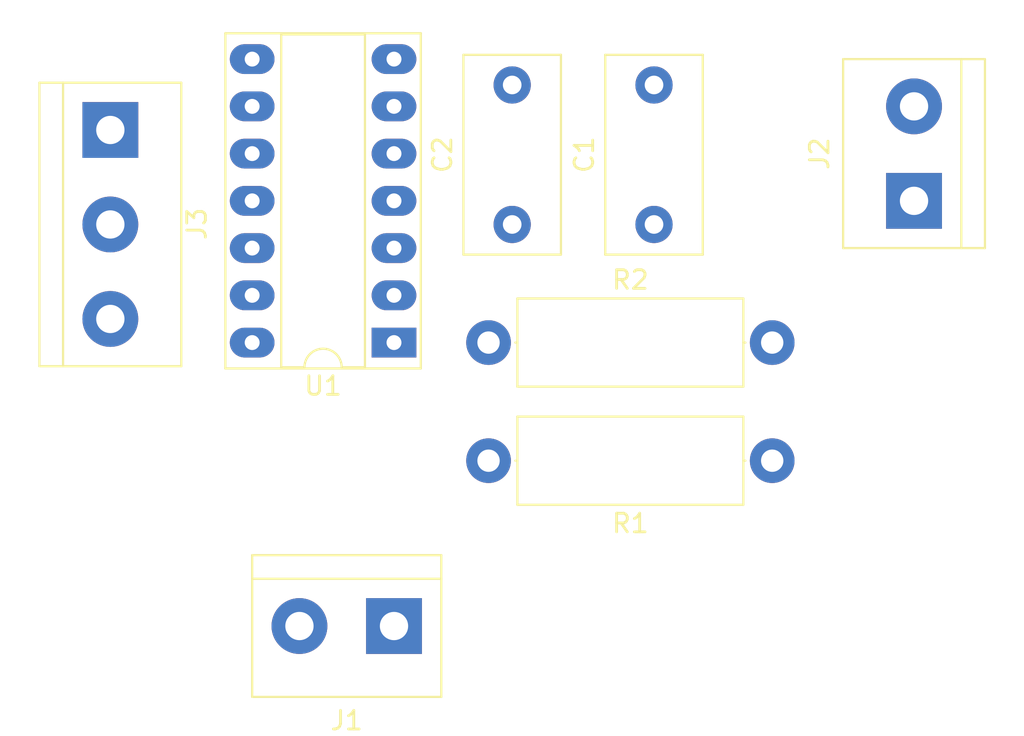
<source format=kicad_pcb>
(kicad_pcb (version 20171130) (host pcbnew 5.0.0)

  (general
    (thickness 1.6)
    (drawings 0)
    (tracks 1)
    (zones 0)
    (modules 8)
    (nets 8)
  )

  (page A4)
  (layers
    (0 F.Cu signal)
    (31 B.Cu signal)
    (32 B.Adhes user)
    (33 F.Adhes user)
    (34 B.Paste user)
    (35 F.Paste user)
    (36 B.SilkS user)
    (37 F.SilkS user)
    (38 B.Mask user)
    (39 F.Mask user)
    (40 Dwgs.User user)
    (41 Cmts.User user)
    (42 Eco1.User user)
    (43 Eco2.User user)
    (44 Edge.Cuts user)
    (45 Margin user)
    (46 B.CrtYd user)
    (47 F.CrtYd user)
    (48 B.Fab user)
    (49 F.Fab user)
  )

  (setup
    (last_trace_width 0.25)
    (trace_clearance 0.2)
    (zone_clearance 0.508)
    (zone_45_only no)
    (trace_min 0.2)
    (segment_width 0.2)
    (edge_width 0.15)
    (via_size 0.8)
    (via_drill 0.4)
    (via_min_size 0.4)
    (via_min_drill 0.3)
    (uvia_size 0.3)
    (uvia_drill 0.1)
    (uvias_allowed no)
    (uvia_min_size 0.2)
    (uvia_min_drill 0.1)
    (pcb_text_width 0.3)
    (pcb_text_size 1.5 1.5)
    (mod_edge_width 0.15)
    (mod_text_size 1 1)
    (mod_text_width 0.15)
    (pad_size 1.524 1.524)
    (pad_drill 0.762)
    (pad_to_mask_clearance 0.2)
    (aux_axis_origin 0 0)
    (grid_origin 66.04 87.63)
    (visible_elements FFFFF77F)
    (pcbplotparams
      (layerselection 0x010fc_ffffffff)
      (usegerberextensions false)
      (usegerberattributes false)
      (usegerberadvancedattributes false)
      (creategerberjobfile false)
      (excludeedgelayer true)
      (linewidth 0.100000)
      (plotframeref false)
      (viasonmask false)
      (mode 1)
      (useauxorigin false)
      (hpglpennumber 1)
      (hpglpenspeed 20)
      (hpglpendiameter 15.000000)
      (psnegative false)
      (psa4output false)
      (plotreference true)
      (plotvalue true)
      (plotinvisibletext false)
      (padsonsilk false)
      (subtractmaskfromsilk false)
      (outputformat 1)
      (mirror false)
      (drillshape 1)
      (scaleselection 1)
      (outputdirectory ""))
  )

  (net 0 "")
  (net 1 "Net-(C1-Pad2)")
  (net 2 Vout)
  (net 3 "Net-(C2-Pad1)")
  (net 4 GND)
  (net 5 Vin)
  (net 6 V+)
  (net 7 V-)

  (net_class Default "This is the default net class."
    (clearance 0.2)
    (trace_width 0.25)
    (via_dia 0.8)
    (via_drill 0.4)
    (uvia_dia 0.3)
    (uvia_drill 0.1)
    (add_net GND)
    (add_net "Net-(C1-Pad2)")
    (add_net "Net-(C2-Pad1)")
    (add_net V+)
    (add_net V-)
    (add_net Vin)
    (add_net Vout)
  )

  (module Capacitor_THT:C_Disc_D10.5mm_W5.0mm_P7.50mm (layer F.Cu) (tedit 5AE50EF0) (tstamp 5B7BD22C)
    (at 100.33 69.85 90)
    (descr "C, Disc series, Radial, pin pitch=7.50mm, , diameter*width=10.5*5.0mm^2, Capacitor, http://www.vishay.com/docs/28535/vy2series.pdf")
    (tags "C Disc series Radial pin pitch 7.50mm  diameter 10.5mm width 5.0mm Capacitor")
    (path /5B6F6284)
    (fp_text reference C1 (at 3.75 -3.75 90) (layer F.SilkS)
      (effects (font (size 1 1) (thickness 0.15)))
    )
    (fp_text value C (at 3.75 3.75 90) (layer F.Fab)
      (effects (font (size 1 1) (thickness 0.15)))
    )
    (fp_text user %R (at 3.75 0 90) (layer F.Fab)
      (effects (font (size 1 1) (thickness 0.15)))
    )
    (fp_line (start 9.25 -2.75) (end -1.75 -2.75) (layer F.CrtYd) (width 0.05))
    (fp_line (start 9.25 2.75) (end 9.25 -2.75) (layer F.CrtYd) (width 0.05))
    (fp_line (start -1.75 2.75) (end 9.25 2.75) (layer F.CrtYd) (width 0.05))
    (fp_line (start -1.75 -2.75) (end -1.75 2.75) (layer F.CrtYd) (width 0.05))
    (fp_line (start 9.12 -2.62) (end 9.12 2.62) (layer F.SilkS) (width 0.12))
    (fp_line (start -1.62 -2.62) (end -1.62 2.62) (layer F.SilkS) (width 0.12))
    (fp_line (start -1.62 2.62) (end 9.12 2.62) (layer F.SilkS) (width 0.12))
    (fp_line (start -1.62 -2.62) (end 9.12 -2.62) (layer F.SilkS) (width 0.12))
    (fp_line (start 9 -2.5) (end -1.5 -2.5) (layer F.Fab) (width 0.1))
    (fp_line (start 9 2.5) (end 9 -2.5) (layer F.Fab) (width 0.1))
    (fp_line (start -1.5 2.5) (end 9 2.5) (layer F.Fab) (width 0.1))
    (fp_line (start -1.5 -2.5) (end -1.5 2.5) (layer F.Fab) (width 0.1))
    (pad 2 thru_hole circle (at 7.5 0 90) (size 2 2) (drill 1) (layers *.Cu *.Mask)
      (net 1 "Net-(C1-Pad2)"))
    (pad 1 thru_hole circle (at 0 0 90) (size 2 2) (drill 1) (layers *.Cu *.Mask)
      (net 2 Vout))
    (model ${KISYS3DMOD}/Capacitor_THT.3dshapes/C_Disc_D10.5mm_W5.0mm_P7.50mm.wrl
      (at (xyz 0 0 0))
      (scale (xyz 1 1 1))
      (rotate (xyz 0 0 0))
    )
  )

  (module Capacitor_THT:C_Disc_D10.5mm_W5.0mm_P7.50mm (layer F.Cu) (tedit 5AE50EF0) (tstamp 5B7BD31F)
    (at 92.71 69.85 90)
    (descr "C, Disc series, Radial, pin pitch=7.50mm, , diameter*width=10.5*5.0mm^2, Capacitor, http://www.vishay.com/docs/28535/vy2series.pdf")
    (tags "C Disc series Radial pin pitch 7.50mm  diameter 10.5mm width 5.0mm Capacitor")
    (path /5B6F61EA)
    (fp_text reference C2 (at 3.75 -3.75 90) (layer F.SilkS)
      (effects (font (size 1 1) (thickness 0.15)))
    )
    (fp_text value C (at 3.75 3.75 90) (layer F.Fab)
      (effects (font (size 1 1) (thickness 0.15)))
    )
    (fp_line (start -1.5 -2.5) (end -1.5 2.5) (layer F.Fab) (width 0.1))
    (fp_line (start -1.5 2.5) (end 9 2.5) (layer F.Fab) (width 0.1))
    (fp_line (start 9 2.5) (end 9 -2.5) (layer F.Fab) (width 0.1))
    (fp_line (start 9 -2.5) (end -1.5 -2.5) (layer F.Fab) (width 0.1))
    (fp_line (start -1.62 -2.62) (end 9.12 -2.62) (layer F.SilkS) (width 0.12))
    (fp_line (start -1.62 2.62) (end 9.12 2.62) (layer F.SilkS) (width 0.12))
    (fp_line (start -1.62 -2.62) (end -1.62 2.62) (layer F.SilkS) (width 0.12))
    (fp_line (start 9.12 -2.62) (end 9.12 2.62) (layer F.SilkS) (width 0.12))
    (fp_line (start -1.75 -2.75) (end -1.75 2.75) (layer F.CrtYd) (width 0.05))
    (fp_line (start -1.75 2.75) (end 9.25 2.75) (layer F.CrtYd) (width 0.05))
    (fp_line (start 9.25 2.75) (end 9.25 -2.75) (layer F.CrtYd) (width 0.05))
    (fp_line (start 9.25 -2.75) (end -1.75 -2.75) (layer F.CrtYd) (width 0.05))
    (fp_text user %R (at 3.75 0 90) (layer F.Fab)
      (effects (font (size 1 1) (thickness 0.15)))
    )
    (pad 1 thru_hole circle (at 0 0 90) (size 2 2) (drill 1) (layers *.Cu *.Mask)
      (net 3 "Net-(C2-Pad1)"))
    (pad 2 thru_hole circle (at 7.5 0 90) (size 2 2) (drill 1) (layers *.Cu *.Mask)
      (net 4 GND))
    (model ${KISYS3DMOD}/Capacitor_THT.3dshapes/C_Disc_D10.5mm_W5.0mm_P7.50mm.wrl
      (at (xyz 0 0 0))
      (scale (xyz 1 1 1))
      (rotate (xyz 0 0 0))
    )
  )

  (module TerminalBlock:TerminalBlock_bornier-2_P5.08mm (layer F.Cu) (tedit 59FF03AB) (tstamp 5B7BD177)
    (at 86.36 91.44 180)
    (descr "simple 2-pin terminal block, pitch 5.08mm, revamped version of bornier2")
    (tags "terminal block bornier2")
    (path /5B6FA539)
    (fp_text reference J1 (at 2.54 -5.08 180) (layer F.SilkS)
      (effects (font (size 1 1) (thickness 0.15)))
    )
    (fp_text value Conn_01x02 (at 2.54 5.08 180) (layer F.Fab)
      (effects (font (size 1 1) (thickness 0.15)))
    )
    (fp_text user %R (at 2.54 0 180) (layer F.Fab)
      (effects (font (size 1 1) (thickness 0.15)))
    )
    (fp_line (start -2.41 2.55) (end 7.49 2.55) (layer F.Fab) (width 0.1))
    (fp_line (start -2.46 -3.75) (end -2.46 3.75) (layer F.Fab) (width 0.1))
    (fp_line (start -2.46 3.75) (end 7.54 3.75) (layer F.Fab) (width 0.1))
    (fp_line (start 7.54 3.75) (end 7.54 -3.75) (layer F.Fab) (width 0.1))
    (fp_line (start 7.54 -3.75) (end -2.46 -3.75) (layer F.Fab) (width 0.1))
    (fp_line (start 7.62 2.54) (end -2.54 2.54) (layer F.SilkS) (width 0.12))
    (fp_line (start 7.62 3.81) (end 7.62 -3.81) (layer F.SilkS) (width 0.12))
    (fp_line (start 7.62 -3.81) (end -2.54 -3.81) (layer F.SilkS) (width 0.12))
    (fp_line (start -2.54 -3.81) (end -2.54 3.81) (layer F.SilkS) (width 0.12))
    (fp_line (start -2.54 3.81) (end 7.62 3.81) (layer F.SilkS) (width 0.12))
    (fp_line (start -2.71 -4) (end 7.79 -4) (layer F.CrtYd) (width 0.05))
    (fp_line (start -2.71 -4) (end -2.71 4) (layer F.CrtYd) (width 0.05))
    (fp_line (start 7.79 4) (end 7.79 -4) (layer F.CrtYd) (width 0.05))
    (fp_line (start 7.79 4) (end -2.71 4) (layer F.CrtYd) (width 0.05))
    (pad 1 thru_hole rect (at 0 0 180) (size 3 3) (drill 1.52) (layers *.Cu *.Mask)
      (net 5 Vin))
    (pad 2 thru_hole circle (at 5.08 0 180) (size 3 3) (drill 1.52) (layers *.Cu *.Mask)
      (net 4 GND))
    (model ${KISYS3DMOD}/TerminalBlock.3dshapes/TerminalBlock_bornier-2_P5.08mm.wrl
      (offset (xyz 2.539999961853027 0 0))
      (scale (xyz 1 1 1))
      (rotate (xyz 0 0 0))
    )
  )

  (module TerminalBlock:TerminalBlock_bornier-2_P5.08mm (layer F.Cu) (tedit 59FF03AB) (tstamp 5B7BD2A6)
    (at 114.3 68.58 90)
    (descr "simple 2-pin terminal block, pitch 5.08mm, revamped version of bornier2")
    (tags "terminal block bornier2")
    (path /5B6FACA1)
    (fp_text reference J2 (at 2.54 -5.08 90) (layer F.SilkS)
      (effects (font (size 1 1) (thickness 0.15)))
    )
    (fp_text value Conn_01x02 (at 2.54 5.08 90) (layer F.Fab)
      (effects (font (size 1 1) (thickness 0.15)))
    )
    (fp_line (start 7.79 4) (end -2.71 4) (layer F.CrtYd) (width 0.05))
    (fp_line (start 7.79 4) (end 7.79 -4) (layer F.CrtYd) (width 0.05))
    (fp_line (start -2.71 -4) (end -2.71 4) (layer F.CrtYd) (width 0.05))
    (fp_line (start -2.71 -4) (end 7.79 -4) (layer F.CrtYd) (width 0.05))
    (fp_line (start -2.54 3.81) (end 7.62 3.81) (layer F.SilkS) (width 0.12))
    (fp_line (start -2.54 -3.81) (end -2.54 3.81) (layer F.SilkS) (width 0.12))
    (fp_line (start 7.62 -3.81) (end -2.54 -3.81) (layer F.SilkS) (width 0.12))
    (fp_line (start 7.62 3.81) (end 7.62 -3.81) (layer F.SilkS) (width 0.12))
    (fp_line (start 7.62 2.54) (end -2.54 2.54) (layer F.SilkS) (width 0.12))
    (fp_line (start 7.54 -3.75) (end -2.46 -3.75) (layer F.Fab) (width 0.1))
    (fp_line (start 7.54 3.75) (end 7.54 -3.75) (layer F.Fab) (width 0.1))
    (fp_line (start -2.46 3.75) (end 7.54 3.75) (layer F.Fab) (width 0.1))
    (fp_line (start -2.46 -3.75) (end -2.46 3.75) (layer F.Fab) (width 0.1))
    (fp_line (start -2.41 2.55) (end 7.49 2.55) (layer F.Fab) (width 0.1))
    (fp_text user %R (at 2.54 0 90) (layer F.Fab)
      (effects (font (size 1 1) (thickness 0.15)))
    )
    (pad 2 thru_hole circle (at 5.08 0 90) (size 3 3) (drill 1.52) (layers *.Cu *.Mask)
      (net 4 GND))
    (pad 1 thru_hole rect (at 0 0 90) (size 3 3) (drill 1.52) (layers *.Cu *.Mask)
      (net 2 Vout))
    (model ${KISYS3DMOD}/TerminalBlock.3dshapes/TerminalBlock_bornier-2_P5.08mm.wrl
      (offset (xyz 2.539999961853027 0 0))
      (scale (xyz 1 1 1))
      (rotate (xyz 0 0 0))
    )
  )

  (module TerminalBlock:TerminalBlock_bornier-3_P5.08mm (layer F.Cu) (tedit 59FF03B9) (tstamp 5B7BD2E3)
    (at 71.12 64.77 270)
    (descr "simple 3-pin terminal block, pitch 5.08mm, revamped version of bornier3")
    (tags "terminal block bornier3")
    (path /5B6FB347)
    (fp_text reference J3 (at 5.05 -4.65 270) (layer F.SilkS)
      (effects (font (size 1 1) (thickness 0.15)))
    )
    (fp_text value Conn_01x03 (at 5.08 5.08 270) (layer F.Fab)
      (effects (font (size 1 1) (thickness 0.15)))
    )
    (fp_text user %R (at 5.08 0 270) (layer F.Fab)
      (effects (font (size 1 1) (thickness 0.15)))
    )
    (fp_line (start -2.47 2.55) (end 12.63 2.55) (layer F.Fab) (width 0.1))
    (fp_line (start -2.47 -3.75) (end 12.63 -3.75) (layer F.Fab) (width 0.1))
    (fp_line (start 12.63 -3.75) (end 12.63 3.75) (layer F.Fab) (width 0.1))
    (fp_line (start 12.63 3.75) (end -2.47 3.75) (layer F.Fab) (width 0.1))
    (fp_line (start -2.47 3.75) (end -2.47 -3.75) (layer F.Fab) (width 0.1))
    (fp_line (start -2.54 3.81) (end -2.54 -3.81) (layer F.SilkS) (width 0.12))
    (fp_line (start 12.7 3.81) (end 12.7 -3.81) (layer F.SilkS) (width 0.12))
    (fp_line (start -2.54 2.54) (end 12.7 2.54) (layer F.SilkS) (width 0.12))
    (fp_line (start -2.54 -3.81) (end 12.7 -3.81) (layer F.SilkS) (width 0.12))
    (fp_line (start -2.54 3.81) (end 12.7 3.81) (layer F.SilkS) (width 0.12))
    (fp_line (start -2.72 -4) (end 12.88 -4) (layer F.CrtYd) (width 0.05))
    (fp_line (start -2.72 -4) (end -2.72 4) (layer F.CrtYd) (width 0.05))
    (fp_line (start 12.88 4) (end 12.88 -4) (layer F.CrtYd) (width 0.05))
    (fp_line (start 12.88 4) (end -2.72 4) (layer F.CrtYd) (width 0.05))
    (pad 1 thru_hole rect (at 0 0 270) (size 3 3) (drill 1.52) (layers *.Cu *.Mask)
      (net 6 V+))
    (pad 2 thru_hole circle (at 5.08 0 270) (size 3 3) (drill 1.52) (layers *.Cu *.Mask)
      (net 7 V-))
    (pad 3 thru_hole circle (at 10.16 0 270) (size 3 3) (drill 1.52) (layers *.Cu *.Mask)
      (net 4 GND))
    (model ${KISYS3DMOD}/TerminalBlock.3dshapes/TerminalBlock_bornier-3_P5.08mm.wrl
      (offset (xyz 5.079999923706055 0 0))
      (scale (xyz 1 1 1))
      (rotate (xyz 0 0 0))
    )
  )

  (module Resistor_THT:R_Axial_DIN0414_L11.9mm_D4.5mm_P15.24mm_Horizontal (layer F.Cu) (tedit 5AE5139B) (tstamp 5B7BD266)
    (at 106.68 82.55 180)
    (descr "Resistor, Axial_DIN0414 series, Axial, Horizontal, pin pitch=15.24mm, 2W, length*diameter=11.9*4.5mm^2, http://www.vishay.com/docs/20128/wkxwrx.pdf")
    (tags "Resistor Axial_DIN0414 series Axial Horizontal pin pitch 15.24mm 2W length 11.9mm diameter 4.5mm")
    (path /5B6F618B)
    (fp_text reference R1 (at 7.62 -3.37 180) (layer F.SilkS)
      (effects (font (size 1 1) (thickness 0.15)))
    )
    (fp_text value R (at 7.62 3.37 180) (layer F.Fab)
      (effects (font (size 1 1) (thickness 0.15)))
    )
    (fp_text user %R (at 7.62 0 180) (layer F.Fab)
      (effects (font (size 1 1) (thickness 0.15)))
    )
    (fp_line (start 16.69 -2.5) (end -1.45 -2.5) (layer F.CrtYd) (width 0.05))
    (fp_line (start 16.69 2.5) (end 16.69 -2.5) (layer F.CrtYd) (width 0.05))
    (fp_line (start -1.45 2.5) (end 16.69 2.5) (layer F.CrtYd) (width 0.05))
    (fp_line (start -1.45 -2.5) (end -1.45 2.5) (layer F.CrtYd) (width 0.05))
    (fp_line (start 13.8 0) (end 13.69 0) (layer F.SilkS) (width 0.12))
    (fp_line (start 1.44 0) (end 1.55 0) (layer F.SilkS) (width 0.12))
    (fp_line (start 13.69 -2.37) (end 1.55 -2.37) (layer F.SilkS) (width 0.12))
    (fp_line (start 13.69 2.37) (end 13.69 -2.37) (layer F.SilkS) (width 0.12))
    (fp_line (start 1.55 2.37) (end 13.69 2.37) (layer F.SilkS) (width 0.12))
    (fp_line (start 1.55 -2.37) (end 1.55 2.37) (layer F.SilkS) (width 0.12))
    (fp_line (start 15.24 0) (end 13.57 0) (layer F.Fab) (width 0.1))
    (fp_line (start 0 0) (end 1.67 0) (layer F.Fab) (width 0.1))
    (fp_line (start 13.57 -2.25) (end 1.67 -2.25) (layer F.Fab) (width 0.1))
    (fp_line (start 13.57 2.25) (end 13.57 -2.25) (layer F.Fab) (width 0.1))
    (fp_line (start 1.67 2.25) (end 13.57 2.25) (layer F.Fab) (width 0.1))
    (fp_line (start 1.67 -2.25) (end 1.67 2.25) (layer F.Fab) (width 0.1))
    (pad 2 thru_hole oval (at 15.24 0 180) (size 2.4 2.4) (drill 1.2) (layers *.Cu *.Mask)
      (net 5 Vin))
    (pad 1 thru_hole circle (at 0 0 180) (size 2.4 2.4) (drill 1.2) (layers *.Cu *.Mask)
      (net 1 "Net-(C1-Pad2)"))
    (model ${KISYS3DMOD}/Resistor_THT.3dshapes/R_Axial_DIN0414_L11.9mm_D4.5mm_P15.24mm_Horizontal.wrl
      (at (xyz 0 0 0))
      (scale (xyz 1 1 1))
      (rotate (xyz 0 0 0))
    )
  )

  (module Resistor_THT:R_Axial_DIN0414_L11.9mm_D4.5mm_P15.24mm_Horizontal (layer F.Cu) (tedit 5AE5139B) (tstamp 5B7BD137)
    (at 91.44 76.2)
    (descr "Resistor, Axial_DIN0414 series, Axial, Horizontal, pin pitch=15.24mm, 2W, length*diameter=11.9*4.5mm^2, http://www.vishay.com/docs/20128/wkxwrx.pdf")
    (tags "Resistor Axial_DIN0414 series Axial Horizontal pin pitch 15.24mm 2W length 11.9mm diameter 4.5mm")
    (path /5B6F60A5)
    (fp_text reference R2 (at 7.62 -3.37) (layer F.SilkS)
      (effects (font (size 1 1) (thickness 0.15)))
    )
    (fp_text value R (at 7.62 3.37) (layer F.Fab)
      (effects (font (size 1 1) (thickness 0.15)))
    )
    (fp_line (start 1.67 -2.25) (end 1.67 2.25) (layer F.Fab) (width 0.1))
    (fp_line (start 1.67 2.25) (end 13.57 2.25) (layer F.Fab) (width 0.1))
    (fp_line (start 13.57 2.25) (end 13.57 -2.25) (layer F.Fab) (width 0.1))
    (fp_line (start 13.57 -2.25) (end 1.67 -2.25) (layer F.Fab) (width 0.1))
    (fp_line (start 0 0) (end 1.67 0) (layer F.Fab) (width 0.1))
    (fp_line (start 15.24 0) (end 13.57 0) (layer F.Fab) (width 0.1))
    (fp_line (start 1.55 -2.37) (end 1.55 2.37) (layer F.SilkS) (width 0.12))
    (fp_line (start 1.55 2.37) (end 13.69 2.37) (layer F.SilkS) (width 0.12))
    (fp_line (start 13.69 2.37) (end 13.69 -2.37) (layer F.SilkS) (width 0.12))
    (fp_line (start 13.69 -2.37) (end 1.55 -2.37) (layer F.SilkS) (width 0.12))
    (fp_line (start 1.44 0) (end 1.55 0) (layer F.SilkS) (width 0.12))
    (fp_line (start 13.8 0) (end 13.69 0) (layer F.SilkS) (width 0.12))
    (fp_line (start -1.45 -2.5) (end -1.45 2.5) (layer F.CrtYd) (width 0.05))
    (fp_line (start -1.45 2.5) (end 16.69 2.5) (layer F.CrtYd) (width 0.05))
    (fp_line (start 16.69 2.5) (end 16.69 -2.5) (layer F.CrtYd) (width 0.05))
    (fp_line (start 16.69 -2.5) (end -1.45 -2.5) (layer F.CrtYd) (width 0.05))
    (fp_text user %R (at 7.62 0) (layer F.Fab)
      (effects (font (size 1 1) (thickness 0.15)))
    )
    (pad 1 thru_hole circle (at 0 0) (size 2.4 2.4) (drill 1.2) (layers *.Cu *.Mask)
      (net 3 "Net-(C2-Pad1)"))
    (pad 2 thru_hole oval (at 15.24 0) (size 2.4 2.4) (drill 1.2) (layers *.Cu *.Mask)
      (net 1 "Net-(C1-Pad2)"))
    (model ${KISYS3DMOD}/Resistor_THT.3dshapes/R_Axial_DIN0414_L11.9mm_D4.5mm_P15.24mm_Horizontal.wrl
      (at (xyz 0 0 0))
      (scale (xyz 1 1 1))
      (rotate (xyz 0 0 0))
    )
  )

  (module Package_DIP:DIP-14_W7.62mm_Socket_LongPads (layer F.Cu) (tedit 5A02E8C5) (tstamp 5B7BD1C8)
    (at 86.36 76.2 180)
    (descr "14-lead though-hole mounted DIP package, row spacing 7.62 mm (300 mils), Socket, LongPads")
    (tags "THT DIP DIL PDIP 2.54mm 7.62mm 300mil Socket LongPads")
    (path /5B6F5E1E)
    (fp_text reference U1 (at 3.81 -2.33 180) (layer F.SilkS)
      (effects (font (size 1 1) (thickness 0.15)))
    )
    (fp_text value TL084 (at 3.81 17.57 180) (layer F.Fab)
      (effects (font (size 1 1) (thickness 0.15)))
    )
    (fp_arc (start 3.81 -1.33) (end 2.81 -1.33) (angle -180) (layer F.SilkS) (width 0.12))
    (fp_line (start 1.635 -1.27) (end 6.985 -1.27) (layer F.Fab) (width 0.1))
    (fp_line (start 6.985 -1.27) (end 6.985 16.51) (layer F.Fab) (width 0.1))
    (fp_line (start 6.985 16.51) (end 0.635 16.51) (layer F.Fab) (width 0.1))
    (fp_line (start 0.635 16.51) (end 0.635 -0.27) (layer F.Fab) (width 0.1))
    (fp_line (start 0.635 -0.27) (end 1.635 -1.27) (layer F.Fab) (width 0.1))
    (fp_line (start -1.27 -1.33) (end -1.27 16.57) (layer F.Fab) (width 0.1))
    (fp_line (start -1.27 16.57) (end 8.89 16.57) (layer F.Fab) (width 0.1))
    (fp_line (start 8.89 16.57) (end 8.89 -1.33) (layer F.Fab) (width 0.1))
    (fp_line (start 8.89 -1.33) (end -1.27 -1.33) (layer F.Fab) (width 0.1))
    (fp_line (start 2.81 -1.33) (end 1.56 -1.33) (layer F.SilkS) (width 0.12))
    (fp_line (start 1.56 -1.33) (end 1.56 16.57) (layer F.SilkS) (width 0.12))
    (fp_line (start 1.56 16.57) (end 6.06 16.57) (layer F.SilkS) (width 0.12))
    (fp_line (start 6.06 16.57) (end 6.06 -1.33) (layer F.SilkS) (width 0.12))
    (fp_line (start 6.06 -1.33) (end 4.81 -1.33) (layer F.SilkS) (width 0.12))
    (fp_line (start -1.44 -1.39) (end -1.44 16.63) (layer F.SilkS) (width 0.12))
    (fp_line (start -1.44 16.63) (end 9.06 16.63) (layer F.SilkS) (width 0.12))
    (fp_line (start 9.06 16.63) (end 9.06 -1.39) (layer F.SilkS) (width 0.12))
    (fp_line (start 9.06 -1.39) (end -1.44 -1.39) (layer F.SilkS) (width 0.12))
    (fp_line (start -1.55 -1.6) (end -1.55 16.85) (layer F.CrtYd) (width 0.05))
    (fp_line (start -1.55 16.85) (end 9.15 16.85) (layer F.CrtYd) (width 0.05))
    (fp_line (start 9.15 16.85) (end 9.15 -1.6) (layer F.CrtYd) (width 0.05))
    (fp_line (start 9.15 -1.6) (end -1.55 -1.6) (layer F.CrtYd) (width 0.05))
    (fp_text user %R (at 3.81 7.62 180) (layer F.Fab)
      (effects (font (size 1 1) (thickness 0.15)))
    )
    (pad 1 thru_hole rect (at 0 0 180) (size 2.4 1.6) (drill 0.8) (layers *.Cu *.Mask)
      (net 2 Vout))
    (pad 8 thru_hole oval (at 7.62 15.24 180) (size 2.4 1.6) (drill 0.8) (layers *.Cu *.Mask))
    (pad 2 thru_hole oval (at 0 2.54 180) (size 2.4 1.6) (drill 0.8) (layers *.Cu *.Mask)
      (net 2 Vout))
    (pad 9 thru_hole oval (at 7.62 12.7 180) (size 2.4 1.6) (drill 0.8) (layers *.Cu *.Mask))
    (pad 3 thru_hole oval (at 0 5.08 180) (size 2.4 1.6) (drill 0.8) (layers *.Cu *.Mask)
      (net 3 "Net-(C2-Pad1)"))
    (pad 10 thru_hole oval (at 7.62 10.16 180) (size 2.4 1.6) (drill 0.8) (layers *.Cu *.Mask))
    (pad 4 thru_hole oval (at 0 7.62 180) (size 2.4 1.6) (drill 0.8) (layers *.Cu *.Mask)
      (net 6 V+))
    (pad 11 thru_hole oval (at 7.62 7.62 180) (size 2.4 1.6) (drill 0.8) (layers *.Cu *.Mask)
      (net 7 V-))
    (pad 5 thru_hole oval (at 0 10.16 180) (size 2.4 1.6) (drill 0.8) (layers *.Cu *.Mask))
    (pad 12 thru_hole oval (at 7.62 5.08 180) (size 2.4 1.6) (drill 0.8) (layers *.Cu *.Mask))
    (pad 6 thru_hole oval (at 0 12.7 180) (size 2.4 1.6) (drill 0.8) (layers *.Cu *.Mask))
    (pad 13 thru_hole oval (at 7.62 2.54 180) (size 2.4 1.6) (drill 0.8) (layers *.Cu *.Mask))
    (pad 7 thru_hole oval (at 0 15.24 180) (size 2.4 1.6) (drill 0.8) (layers *.Cu *.Mask))
    (pad 14 thru_hole oval (at 7.62 0 180) (size 2.4 1.6) (drill 0.8) (layers *.Cu *.Mask))
    (model ${KISYS3DMOD}/Package_DIP.3dshapes/DIP-14_W7.62mm_Socket.wrl
      (at (xyz 0 0 0))
      (scale (xyz 1 1 1))
      (rotate (xyz 0 0 0))
    )
  )

  (segment (start 85.96 68.58) (end 86.36 68.58) (width 0.25) (layer B.Cu) (net 6))

)

</source>
